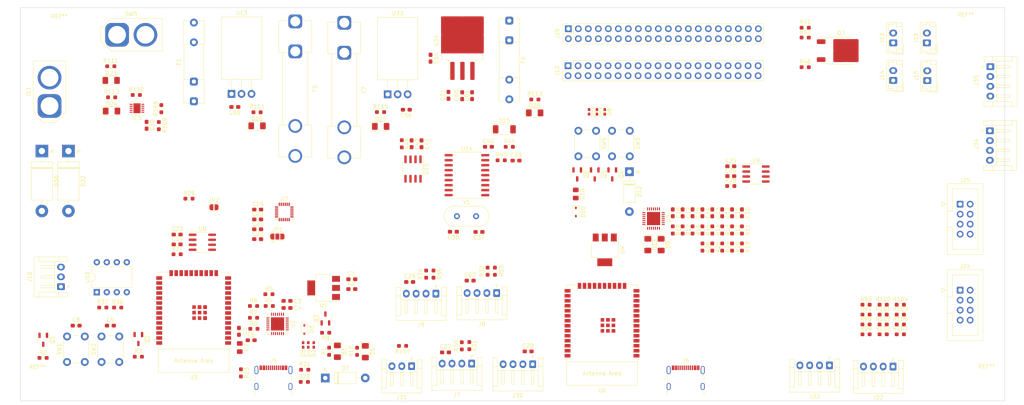
<source format=kicad_pcb>
(kicad_pcb (version 20221018) (generator pcbnew)
  (layers (0 "F.Cu" signal) (31 "B.Cu" signal) (34 "B.Paste" user) (35 "F.Paste" user) (36 "B.SilkS" user "B.Silkscreen") (37 "F.SilkS" user "F.Silkscreen") (38 "B.Mask" user) (39 "F.Mask" user) (44 "Edge.Cuts" user))
  (net 0 "")
  (net 1 "5V_USB")
  (net 2 "GND")
  (net 3 "3,3v")
  (net 4 "EN")
  (net 5 "IO0")
  (net 6 "3.3V")
  (net 7 "Net-(U7-CPOUT)")
  (net 8 "Net-(U7-REGOUT)")
  (net 9 "Net-(IC5-VDD)")
  (net 10 "SENSED_12V")
  (net 11 "Net-(U14-OSC1)")
  (net 12 "Net-(U14-OSC2)")
  (net 13 "Net-(D15-A)")
  (net 14 "Net-(D1-A)")
  (net 15 "VBUS")
  (net 16 "5V")
  (net 17 "D-")
  (net 18 "D+")
  (net 19 "Net-(D6-A)")
  (net 20 "Net-(D7-A)")
  (net 21 "Net-(D9-A)")
  (net 22 "Net-(D12-A)")
  (net 23 "Net-(D13-A)")
  (net 24 "12V_IN")
  (net 25 "5V_2")
  (net 26 "Net-(U34-VO)")
  (net 27 "Current_Sense1")
  (net 28 "Current_Sense2")
  (net 29 "Current_Sense3")
  (net 30 "Current_Sense4")
  (net 32 "Net-(IC5-ADDR_SEL)")
  (net 33 "GPIO6")
  (net 34 "GPIO2(SDA)")
  (net 35 "TXD0")
  (net 36 "IO2")
  (net 37 "RXD0")
  (net 38 "IO4")
  (net 39 "IO5")
  (net 40 "IO12")
  (net 41 "IO13")
  (net 42 "IO14")
  (net 43 "IO15")
  (net 44 "IO16")
  (net 45 "IO17")
  (net 46 "IO19")
  (net 47 "IO23")
  (net 48 "IO25")
  (net 49 "IO26")
  (net 50 "IO27")
  (net 51 "IO32")
  (net 52 "IO33")
  (net 53 "IO34")
  (net 54 "IO35")
  (net 55 "IO36")
  (net 56 "IO39")
  (net 57 "INB_M1_FRONT")
  (net 58 "PWM_M1_FRONT")
  (net 59 "INA_M2_FRONT")
  (net 60 "INB_M2_FRONT")
  (net 61 "PWM_M2_FRONT")
  (net 62 "INA_M1_BACK")
  (net 63 "INB_M1_BACK")
  (net 64 "PWM_M1_BACK")
  (net 65 "INA_M2_BACK")
  (net 66 "INB_M2_BACK")
  (net 67 "PWM_M2_BACK")
  (net 68 "INA_M1_FRONT")
  (net 69 "Net-(J5-CC1)")
  (net 71 "Net-(J5-CC2)")
  (net 73 "Net-(J5-SHIELD)")
  (net 74 "Net-(J6-CC1)")
  (net 76 "Net-(J6-CC2)")
  (net 78 "Net-(J6-SHIELD)")
  (net 79 "ECHO1")
  (net 80 "ECHO2")
  (net 81 "ECHO3")
  (net 82 "/Lógica/LED_LVL_SHIFTER/LED_OUT")
  (net 83 "/Lógica/LED_LVL_SHIFTER/EXT_5V")
  (net 84 "Net-(J11-Pin_2)")
  (net 85 "GPIO3(SCL)")
  (net 86 "GPIO4(GPCLK0)")
  (net 87 "GPIO14(TXD)")
  (net 88 "GPIO15(RXD)")
  (net 89 "GPIO17")
  (net 90 "GPIO18(PCM_CLK)")
  (net 91 "GPIO27")
  (net 92 "GPIO22")
  (net 93 "GPIO23")
  (net 94 "GPIO24")
  (net 95 "GPIO10(MOSI)")
  (net 96 "GPIO9(MISO)")
  (net 97 "GPIO25")
  (net 98 "GPIO11(SCLK)")
  (net 99 "GPIO8(CE0)")
  (net 100 "GPIO7(CE1)")
  (net 101 "GPIO0(ID_SD)")
  (net 102 "GPIO1(ID_SC)")
  (net 103 "GPIO5")
  (net 104 "GPIO12(PWM0)")
  (net 105 "GPIO13(PWM1)")
  (net 106 "GPIO19(PCM_FS)")
  (net 107 "GPIO16")
  (net 108 "GPIO26")
  (net 109 "GPIO20(PCM_DIN)")
  (net 110 "GPIO21(PCM_DOUT)")
  (net 111 "Net-(J13-Pin_1)")
  (net 112 "A_LEFT")
  (net 113 "B_LEFT")
  (net 114 "A_RIGHT")
  (net 115 "B_RIGHT")
  (net 116 "Net-(JP1-C)")
  (net 117 "/Lógica/CANL")
  (net 118 "Net-(JP2-B)")
  (net 119 "Net-(Q1-B)")
  (net 120 "RTS")
  (net 121 "Net-(Q2-B)")
  (net 122 "DTR")
  (net 123 "Net-(Q5-B)")
  (net 124 "Net-(Q6-B)")
  (net 125 "VBUS_CP210")
  (net 126 "Net-(U2-~{RST})")
  (net 127 "Net-(U2-~{SUSPEND})")
  (net 128 "Net-(U5-~{RST})")
  (net 129 "Net-(U5-~{SUSPEND})")
  (net 130 "Net-(U8-Rs)")
  (net 131 "Net-(U9-Rs)")
  (net 132 "/Lógica/CANH")
  (net 133 "Net-(U10--)")
  (net 134 "Net-(U14-~{RESET})")
  (net 135 "Net-(U15-Rs)")
  (net 151 "RXD")
  (net 152 "TXD")
  (net 184 "Net-(D23-A)")
  (net 189 "TXCAN")
  (net 190 "RXCAN")
  (net 198 "Net-(D24-A)")
  (net 199 "Net-(D25-A)")
  (net 200 "Net-(D26-A)")
  (net 201 "Net-(D27-A)")
  (net 202 "IO21")
  (net 203 "EXT_5V")
  (net 204 "Net-(D22-K)")
  (net 205 "Net-(IC5-SENSE+)")
  (net 206 "3,3V")
  (net 207 "5V_1")
  (net 208 "INT")
  (net 209 "SCL")
  (footprint "Fuse:Fuseholder_Clip-6.3x32mm_Littelfuse_102_Inline_P34.21x7.62mm_D2.54mm_Horizontal" (layer "F.Cu") (at 169.9 148.595 -90)
    (fp_text reference "F5")
    (fp_text value "Fuse 1Amp")
  )
  (footprint "Capacitor_SMD:C_0603_1608Metric_Pad1.08x0.95mm_HandSolder" (layer "F.Cu") (at 155.6 227.3975 90)
    (fp_text reference "C5")
    (fp_text value "0.1uF")
  )
  (footprint "Resistor_SMD:R_0603_1608Metric_Pad0.98x0.95mm_HandSolder" (layer "F.Cu") (at 121.0125 221.35)
    (fp_text reference "R37")
    (fp_text value "6,5k")
  )
  (footprint "Package_TO_SOT_SMD:SOT-223-3_TabPin2" (layer "F.Cu") (at 248.5 206.69 -90)
    (fp_text reference "U4")
    (fp_text value "AMS1117-3.3")
  )
  (footprint "Resistor_SMD:R_0603_1608Metric_Pad0.98x0.95mm_HandSolder" (layer "F.Cu") (at 163.2125 217.96)
    (fp_text reference "R5")
    (fp_text value "47.5k")
  )
  (footprint "Resistor_SMD:R_0603_1608Metric_Pad0.98x0.95mm_HandSolder" (layer "F.Cu") (at 172.3 237.16)
    (fp_text reference "R21")
    (fp_text value "R")
  )
  (footprint "Package_TO_SOT_SMD:TO-263-3_TabPin2" (layer "F.Cu") (at 212.35 153.525 90)
    (fp_text reference "U34")
    (fp_text value "AZ1084-5.0")
  )
  (footprint "Button_Switch_THT:SW_PUSH_6mm" (layer "F.Cu") (at 111.95 235.2 90)
    (fp_text reference "SW1")
    (fp_text value "SW_Push")
  )
  (footprint "PCM_Espressif:ESP32-WROOM-32E" (layer "F.Cu") (at 247.8 226.59 180)
    (fp_text reference "U6")
    (fp_text value "ESP32-WROOM-E")
  )
  (footprint "Resistor_SMD:R_0603_1608Metric_Pad0.98x0.95mm_HandSolder" (layer "F.Cu") (at 314.85 223.1375)
    (fp_text reference "R97")
    (fp_text value "2,2k")
  )
  (footprint "Connector_IDC:IDC-Header_2x04_P2.54mm_Vertical" (layer "F.Cu") (at 338.75 195.06)
    (fp_text reference "J25")
    (fp_text value "Conn_02x04_Odd_Even")
  )
  (footprint "Resistor_SMD:R_0603_1608Metric_Pad0.98x0.95mm_HandSolder" (layer "F.Cu") (at 159.4 226.76 180)
    (fp_text reference "R8")
    (fp_text value "10k")
  )
  (footprint "Resistor_SMD:R_0603_1608Metric_Pad0.98x0.95mm_HandSolder" (layer "F.Cu") (at 268.28 201.62 -90)
    (fp_text reference "R17")
    (fp_text value "47.5k")
  )
  (footprint "Resistor_SMD:R_0603_1608Metric_Pad0.98x0.95mm_HandSolder" (layer "F.Cu") (at 278.32 201.62 -90)
    (fp_text reference "R13")
    (fp_text value "10k")
  )
  (footprint "Package_DIP:DIP-8_W7.62mm" (layer "F.Cu") (at 119.5 217.45 90)
    (fp_text reference "U10")
    (fp_text value "AD8001AN")
  )
  (footprint "Diode_THT:D_DO-201AD_P15.24mm_Horizontal" (layer "F.Cu") (at 112.3 181.56 -90)
    (fp_text reference "D22")
    (fp_text value "DIODE 4AMP")
  )
  (footprint "Resistor_SMD:R_0603_1608Metric_Pad0.98x0.95mm_HandSolder" (layer "F.Cu") (at 314.85 225.6475)
    (fp_text reference "R98")
    (fp_text value "10k")
  )
  (footprint "Diode_SMD:D_SOD-323" (layer "F.Cu") (at 241.16 197.055 -90)
    (fp_text reference "D10")
    (fp_text value "BAT760-7")
  )
  (footprint "Capacitor_SMD:C_0603_1608Metric_Pad1.08x0.95mm_HandSolder" (layer "F.Cu") (at 280.83 197.27 -90)
    (fp_text reference "C11")
    (fp_text value "4.7uF")
  )
  (footprint "Capacitor_SMD:C_0603_1608Metric_Pad1.08x0.95mm_HandSolder" (layer "F.Cu") (at 201.97 179.7175 -90)
    (fp_text reference "C41")
    (fp_text value "0,1uF")
  )
  (footprint "Connector_IDC:IDC-Header_2x04_P2.54mm_Vertical" (layer "F.Cu") (at 338.75 216.93)
    (fp_text reference "J24")
    (fp_text value "Conn_02x04_Odd_Even")
  )
  (footprint "Resistor_SMD:R_0603_1608Metric_Pad0.98x0.95mm_HandSolder" (layer "F.Cu") (at 203.14 212.85 90)
    (fp_text reference "R34")
    (fp_text value "10K")
  )
  (footprint "Resistor_SMD:R_0603_1608Metric_Pad0.98x0.95mm_HandSolder" (layer "F.Cu") (at 214.1 231.0375 90)
    (fp_text reference "R31")
    (fp_text value "10K")
  )
  (footprint "Button_Switch_THT:SW_PUSH_6mm" (layer "F.Cu") (at 246.3 176.4 -90)
    (fp_text reference "SW4")
    (fp_text value "SW_Push")
  )
  (footprint "Connector_JST:JST_EH_B2B-EH-A_1x02_P2.50mm_Vertical" (layer "F.Cu") (at 330.3 154.05 90)
    (fp_text reference "J16")
    (fp_text value "FAN4")
  )
  (footprint "Connector_PinSocket_2.54mm:PinSocket_2x20_P2.54mm_Vertical" (layer "F.Cu") (at 239.24 150.46 90)
    (fp_text reference "J29")
    (fp_text value "Conn_02x20_Odd_Even")
  )
  (footprint "Resistor_SMD:R_0603_1608Metric_Pad0.98x0.95mm_HandSolder" (layer "F.Cu") (at 130.05 233.85)
    (fp_text reference "R3")
    (fp_text value "10k")
  )
  (footprint "Resistor_SMD:R_0603_1608Metric_Pad0.98x0.95mm_HandSolder" (layer "F.Cu") (at 196.95 179.7175 -90)
    (fp_text reference "R45")
    (fp_text value "Rs")
  )
  (footprint "Package_SO:SOIC-8_3.9x4.9mm_P1.27mm" (layer "F.Cu") (at 199.8 186.13 -90)
    (fp_text reference "U15")
    (fp_text value "SN65HVD230")
  )
  (footprint "Resistor_SMD:R_0603_1608Metric_Pad0.98x0.95mm_HandSolder" (layer "F.Cu") (at 273.3 205.97 -90)
    (fp_text reference "R26")
    (fp_text value "5,11k")
  )
  (footprint "Capacitor_SMD:C_0603_1608Metric_Pad1.08x0.95mm_HandSolder" (layer "F.Cu") (at 273.3 197.27 -90)
    (fp_text reference "C14")
    (fp_text value "0.1uF")
  )
  (footprint "Resistor_SMD:R_0603_1608Metric_Pad0.98x0.95mm_HandSolder" (layer "F.Cu") (at 129.5375 167.3)
    (fp_text reference "R110")
    (fp_text value "R")
  )
  (footprint "Capacitor_SMD:C_0603_1608Metric_Pad1.08x0.95mm_HandSolder" (layer "F.Cu") (at 218.95 180.48)
    (fp_text reference "C40")
    (fp_text value "0,1uF")
  )
  (footprint "LED_SMD:LED_1206_3216Metric_Pad1.42x1.75mm_HandSolder" (layer "F.Cu") (at 259.43 205.365 -90)
    (fp_text reference "D13")
    (fp_text value "LED")
  )
  (footprint "Diode_SMD:D_0402_1005Metric_Pad0.77x0.64mm_HandSolder" (layer "F.Cu") (at 173.2 230.86 -90)
    (fp_text reference "D4")
    (fp_text value "GG0402055R042P")
  )
  (footprint "Resistor_SMD:R_0603_1608Metric_Pad0.98x0.95mm_HandSolder" (layer "F.Cu") (at 299.4 152.71)
    (fp_text reference "R42")
    (fp_text value "R")
  )
  (footprint "Capacitor_SMD:C_0603_1608Metric_Pad1.08x0.95mm_HandSolder" (layer "F.Cu") (at 280.5 187.94)
    (fp_text reference "C26")
    (fp_text value "2,2uF")
  )
  (footprint "Capacitor_SMD:C_0603_1608Metric_Pad1.08x0.95mm_HandSolder" (layer "F.Cu") (at 212.29 167.4875 90)
    (fp_text reference "C60")
    (fp_text value "2,2uF")
  )
  (footprint "Resistor_SMD:R_0603_1608Metric_Pad0.98x0.95mm_HandSolder" (layer "F.Cu") (at 323.55 220.6275)
    (fp_text reference "R104")
    (fp_text value "10k")
  )
  (footprint "Resistor_SMD:R_0603_1608Metric_Pad0.98x0.95mm_HandSolder" (layer "F.Cu") (at 220.6 212.1125 90)
    (fp_text reference "R33")
    (fp_text value "10K")
  )
  (footprint "Capacitor_SMD:C_0603_1608Metric_Pad1.08x0.95mm_HandSolder" (layer "F.Cu") (at 198.1 171.05 180)
    (fp_text reference "C66")
    (fp_text value "0,1uF")
  )
  (footprint "Capacitor_SMD:C_0603_1608Metric_Pad1.08x0.95mm_HandSolder" (layer "F.Cu") (at 160.35 196.43)
    (fp_text reference "C19")
    (fp_text value "2,2nF")
  )
  (footprint "Capacitor_SMD:C_0603_1608Metric_Pad1.08x0.95mm_HandSolder" (layer "F.Cu") (at 154.55 170.35 180)
    (fp_text reference "C65")
    (fp_text value "0,1uF")
  )
  (footprint "Capacitor_SMD:C_0603_1608Metric_Pad1.08x0.95mm_HandSolder" (layer "F.Cu") (at 160.35 201.45)
    (fp_text reference "C21")
    (fp_text value "0,1uF")
  )
  (footprint "Connector_JST:JST_EH_S4B-EH_1x04_P2.50mm_Horizontal" (layer "F.Cu") (at 214.7 235.6025 180)
    (fp_text reference "J7")
    (fp_text value "Conn_01x04")
  )
  (footprint "Diode_THT:D_DO-201AD_P15.24mm_Horizontal" (layer "F.Cu") (at 105.55 181.56 -90)
    (fp_text reference "D30")
    (fp_text value "DIODE 4AMP")
  )
  (footprint "Connector_JST:JST_EH_B2B-EH-A_1x02_P2.50mm_Vertical" (layer "F.Cu") (at 321.75 163.6 90)
    (fp_text reference "J14")
    (fp_text value "FAN2")
  )
  (footprint "Package_SO:SOIC-18W_7.5x11.6mm_P1.27mm" (layer "F.Cu") (at 213.5 187.7)
    (fp_text reference "U14")
    (fp_text value "MCP2515-xSO")
  )
  (footprint "Resistor_SMD:R_0603_1608Metric_Pad0.98x0.95mm_HandSolder" (layer "F.Cu") (at 163.3 220.96 180)
    (fp_text reference "R4")
    (fp_text value "22.1k")
  )
  (footprint "Diode_SMD:D_0402_1005Metric_Pad0.77x0.64mm_HandSolder" (layer "F.Cu") (at 174.6 230.86 -90)
    (fp_text reference "D2")
    (fp_text value "GG0402055R042P")
  )
  (footprint "Resistor_SMD:R_0603_1608Metric_Pad0.98x0.95mm_HandSolder" (layer "F.Cu") (at 124.8 221.35)
    (fp_text reference "R36")
    (fp_text value "3,5k")
  )
  (footprint "Diode_THT:D_DO-41_SOD81_P10.16mm_Horizontal" (layer "F.Cu") (at 177.52 239.26)
    (fp_text reference "D7")
    (fp_text value "1N4007")
  )
  (footprint "Connector_JST:JST_EH_S4B-EH_1x04_P2.50mm_Horizontal" (layer "F.Cu") (at 230.2 235.7675 180)
    (fp_text reference "J30")
    (fp_text value "Conn_01x04")
  )
  (footprint "LED_SMD:LED_1206_3216Metric_Pad1.42x1.75mm_HandSolder" (layer "F.Cu") (at 160.2 175.15)
    (fp_text reference "D26")
    (fp_text value "E1F")
  )
  (footprint "Resistor_SMD:R_0603_1608Metric_Pad0.98x0.95mm_HandSolder" (layer "F.Cu") (at 275.81 205.97 -90)
    (fp_text reference "R25")
    (fp_text value "5,11k")
  )
  (footprint "MountingHole:MountingHole_3.2mm_M3" (layer "F.Cu") (at 345.5 240.5)
    (fp_text reference "REF**")
    (fp_text value "MountingHole_3.2mm_M3")
  )
  (footprint "Capacitor_SMD:C_0603_1608Metric_Pad1.08x0.95mm_HandSolder" (layer "F.Cu") (at 214.8 167.4875 90)
    (fp_text reference "C61")
    (fp_text value "2,2uF")
  )
  (footprint "Resistor_SMD:R_0603_1608Metric_Pad0.98x0.95mm_HandSolder" (layer "F.Cu") (at 197.15 231.1 180)
    (fp_text reference "R117")
    (fp_text value "Pull_Up Hall (Pode não ser necessário)")
  )
  (footprint "Resistor_SMD:R_0603_1608Metric_Pad0.98x0.95mm_HandSolder" (layer "F.Cu") (at 218.75 212.1125 90)
    (fp_text reference "R32")
    (fp_text value "10K")
  )
  (footprint "Capacitor_SMD:C_0603_1608Metric_Pad1.08x0.95mm_HandSolder" (layer "F.Cu") (at 283.34 197.27 -90)
    (fp_text reference "C10")
    (fp_text value "22uF")
  )
  (footprint "Connector_AMASS:AMASS_XT60-M_1x02_P7.20mm_Vertical" (layer "F.Cu") (at 124.65 152)
    (fp_text reference "SW5")
    (fp_text value "SW_DIP_x01")
  )
  (footprint "Capacitor_SMD:C_0603_1608Metric_Pad1.08x0.95mm_HandSolder" (layer "F.Cu") (at 280.5 185.43)
    (fp_text reference "C25")
    (fp_text value "0,1uF")
  )
  (footprint "Capacitor_SMD:C_0603_1608Metric_Pad1.08x0.95mm_HandSolder" (layer "F.Cu") (at 160.35 203.96)
    (fp_text reference "C22")
    (fp_text value "10nF")
  )
  (footprint "Resistor_SMD:R_0603_1608Metric_Pad0.98x0.95mm_HandSolder" (layer "F.Cu") (at 283.34 205.97 -90)
    (fp_text reference "R19")
    (fp_text value "10k")
  )
  (footprint "Connector_JST:JST_EH_S3B-EH_1x03_P2.50mm_Horizontal" (layer "F.Cu") (at 199.45 236.2675 180)
    (fp_text reference "J31")
    (fp_text value "Conn_01x03")
  )
  (footprint "Resistor_SMD:R_0603_1608Metric_Pad0.98x0.95mm_HandSolder" (layer "F.Cu") (at 323.55 223.1375)
    (fp_text reference "R105")
    (fp_text value "4,7k")
  )
  (footprint "Capacitor_SMD:C_0603_1608Metric_Pad1.08x0.95mm_HandSolder" (layer "F.Cu") (at 275.81 197.27 -90)
    (fp_text reference "C13")
    (fp_text value "22uF")
  )
  (footprint "Capacitor_SMD:C_0603_1608Metric_Pad1.08x0.95mm_HandSolder" (layer "F.Cu") (at 167.8 219.66)
    (fp_text reference "C3")
    (fp_text value "4.7uF")
  )
  (footprint "Capacitor_SMD:C_0603_1608Metric_Pad1.08x0.95mm_HandSolder" (layer "F.Cu") (at 139.9 205.29)
    (fp_text reference "C24")
    (fp_text value "2,2uF")
  )
  (footprint "Capacitor_SMD:C_0603_1608Metric_Pad1.08x0.95mm_HandSolder" (layer "F.Cu") (at 199.46 179.7175 -90)
    (fp_text reference "C42")
    (fp_text value "2,2uF")
  )
  (footprint "Resistor_SMD:R_0603_1608Metric_Pad0.98x0.95mm_HandSolder" (layer "F.Cu") (at 299.4 160.24)
    (fp_text reference "R46")
    (fp_text value "10k")
  )
  (footprint "Connector_JST:JST_EH_S4B-EH_1x04_P2.50mm_Horizontal" (layer "F.Cu") (at 305.55 236.05 180)
    (fp_text reference "J23")
    (fp_text value "Conn_01x04")
  )
  (footprint "Capacitor_SMD:C_0603_1608Metric_Pad1.08x0.95mm_HandSolder" (layer "F.Cu") (at 122.95 225.95)
    (fp_text reference "C9")
    (fp_text value "0.1uF")
  )
  (footprint "Resistor_SMD:R_0603_1608Metric_Pad0.98x0.95mm_HandSolder" (layer "F.Cu") (at 314.85 220.6275)
    (fp_text reference "R95")
    (fp_text value "4,7k")
  )
  (footprint "Resistor_SMD:R_0603_1608Metric_Pad0.98x0.95mm_HandSolder" (layer "F.Cu") (at 273.3 201.62 -90)
    (fp_text reference "R15")
    (fp_text value "2k")
  )
  (footprint "Jumper:SolderJumper-2_P1.3mm_Open_RoundedPad1.0x1.5mm" (layer "F.Cu") (at 149.25 195.85)
    (fp_text reference "JP2")
    (fp_text value "SolderJumper_2_Open")
  )
  (footprint "LED_SMD:LED_1206_3216Metric_Pad1.42x1.75mm_HandSolder" (layer "F.Cu") (at 123.15 163.6)
    (fp_text reference "D23")
    (fp_text value "BLC")
  )
  (footprint "Capacitor_SMD:C_0603_1608Metric_Pad1.08x0.95mm_HandSolder" (layer "F.Cu") (at 160.35 198.94)
    (fp_text reference "C20")
    (fp_text value "2.2uF")
  )
  (footprint "Capacitor_SMD:C_0603_1608Metric_Pad1.08x0.95mm_HandSolder" (layer "F.Cu") (at 214.3125 214.5)
    (fp_text reference "C67")
    (fp_text value "100nF")
  )
  (footprint "Capacitor_SMD:C_0603_1608Metric_Pad1.08x0.95mm_HandSolder" (layer "F.Cu") (at 132.15 175 -90)
    (fp_text reference "C30")
    (fp_text value "C")
  )
  (footprint "Resistor_SMD:R_0603_1608Metric_Pad0.98x0.95mm_HandSolder" (layer "F.Cu") (at 319.2 228.1575)
    (fp_text reference "R103")
    (fp_text value "2,2k")
  )
  (footprint "Connector_USB:USB_C_Receptacle_GCT_USB4105-xx-A_16P_TopMnt_Horizontal" (layer "F.Cu") (at 164.35 240.35)
    (fp_text reference "J5")
    (fp_text value "USB_C_Receptacle_USB2.0")
  )
  (footprint "Resistor_SMD:R_0603_1608Metric_Pad0.98x0.95mm_HandSolder" (layer "F.Cu") (at 123.05 160)
    (fp_text reference "R111")
    (fp_text value "330")
  )
  (footprint "Package_TO_SOT_SMD:SOT-23-3" (layer "F.Cu") (at 177.55 224.1225 90)
    (fp_text reference "Q3")
    (fp_text value "Q_PMOS_GSD")
  )
  (footprint "Resistor_SMD:R_0603_1608Metric_Pad0.98x0.95mm_HandSolder" (layer "F.Cu") (at 105.85 234.15 180)
    (fp_text reference "R2")
    (fp_text value "10k")
  )
  (footprint "Fuse:Fuseholder_Clip-6.3x32mm_Littelfuse_102_Inline_P34.21x7.62mm_D2.54mm_Horizontal" (layer "F.Cu") (at 182.35 148.945 -90)
    (fp_text reference "F7")
    (fp_text value "Fuse 1Amp")
  )
  (footprint "Resistor_SMD:R_0603_1608Metric_Pad0.98x0.95mm_HandSolder" (layer "F.Cu") (at 319.2 225.6475)
    (fp_text reference "R102")
    (fp_text value "4,7k")
  )
  (footprint "Capacitor_SMD:C_0805_2012Metric_Pad1.18x1.45mm_HandSolder" (layer "F.Cu") (at 241.13 192.48 -90)
    (fp_text reference "C16")
    (fp_text value "22uF")
  )
  (footprint "Package_SO:SOIC-8_3.9x4.9mm_P1.27mm" (layer "F.Cu") (at 146.3 204.75)
    (fp_text reference "U8")
    (fp_text value "SN65HVD230")
  )
  (footprint "Resistor_SMD:R_0603_1608Metric_Pad0.98x0.95mm_HandSolder" (layer "F.Cu") (at 278.32 205.97 -90)
    (fp_text reference "R24")
    (fp_text value "R")
  )
  (footprint "Diode_SMD:D_0402_1005Metric_Pad0.77x0.64mm_HandSolder" (layer "F.Cu") (at 244.52 171.59 -90)
    (fp_text reference "D14")
    (fp_text value "GG0402055R042P")
  )
  (footprint "Capacitor_SMD:C_0603_1608Metric_Pad1.08x0.95mm_HandSolder" (layer "F.Cu") (at 184.2625 216.66)
    (fp_text reference "C2")
    (fp_text value "22uF")
  )
  (footprint "Diode_THT:D_DO-41_SOD81_P10.16mm_Horizontal" (layer "F.Cu") (at 254.75 186.8 -90)
    (fp_text reference "D12")
    (fp_text value "1N4007")
  )
  (footprint "Capacitor_SMD:C_0805_2012Metric_Pad1.18x1.45mm_HandSolder" (layer "F.Cu") (at 155.8 231.5225 -90)
    (fp_text reference "C7")
    (fp_text value "22uF")
  )
  (footprint "LED_SMD:LED_1206_3216Metric_Pad1.42x1.75mm_HandSolder" (layer "F.Cu") (at 191.6 175.3)
    (fp_text reference "D27")
    (fp_text value "E2F")
  )
  (footprint "Connector_JST:JST_EH_S4B-EH_1x04_P2.50mm_Horizontal" (layer "F.Cu") (at 221.05 217.6675 180)
    (fp_text reference "J8")
    (fp_text value "Conn_01x04")
  )
  (footprint "Package_TO_SOT_SMD:SOT-23-3" (layer "F.Cu") (at 250.4 187.5 -90)
    (fp_text reference "Q4")
    (fp_text value "Q_PMOS_GSD")
  )
  (footprint "Resistor_SMD:R_0603_1608Metric_Pad0.98x0.95mm_HandSolder" (layer "F.Cu") (at 323.55 225.6475)
    (fp_text reference "R106")
    (fp_text value "2,2k")
  )
  (footprint "Resistor_SMD:R_0603_1608Metric_Pad0.98x0.95mm_HandSolder" (layer "F.Cu") (at 191.55 171.65)
    (fp_text reference "R115")
    (fp_text value "330")
  )
  (footprint "LED_SMD:LED_1206_3216Metric_Pad1.42x1.75mm_HandSolder" (layer "F.Cu") (at 230.7 171.85)
    (fp_text reference "D25")
    (fp_text value "RSF")
  )
  (footprint "Capacitor_SMD:C_0603_1608Metric_Pad1.08x0.95mm_HandSolder" (layer "F.Cu") (at 270.79 197.27 -90)
    (fp_text reference "C15")
    (fp_text value "0.1uF")
  )
  (footprint "LED_SMD:LED_1206_3216Metric_Pad1.42x1.75mm_HandSolder" (layer "F.Cu") (at 262.82 205.365 -90)
    (fp_text reference "D9")
    (fp_text value "LED")
  )
  (footprint "Resistor_SMD:R_0603_1608Metric_Pad0.98x0.95mm_HandSolder" (layer "F.Cu") (at 299.4 150.2)
    (fp_text reference "R41")
    (fp_text value "R")
  )
  (footprint "Button_Switch_THT:SW_PUSH_6mm" (layer "F.Cu") (at 120.7 235.2 90)
    (fp_text reference "SW2")
    (fp_text value "SW_Push")
  )
  (footprint "LED_SMD:LED_1206_3216Metric_Pad1.42x1.75mm_HandSolder" (layer "F.Cu") (at 123.25 171.4)
    (fp_text reference "D24")
    (fp_text value "BLF")
  )
  (footprint "Connector_JST:JST_EH_S4B-EH_1x04_P2.50mm_Horizontal" (layer "F.Cu") (at 346.3 176.4 -90)
    (fp_text reference "J34")
    (fp_text value "Conn_01x04")
  )
  (footprint "Capacitor_SMD:C_0603_1608Metric_Pad1.08x0.95mm_HandSolder" (layer "F.Cu") (at 139.9 202.78)
    (fp_text reference "C23")
    (fp_text value "0,1uF")
  )
  (footprint "Capacitor_SMD:C_0603_1608Metric_Pad1.08x0.95mm_HandSolder" (layer "F.Cu") (at 198.95 214.85)
    (fp_text reference "C29")
    (fp_text value "100nF")
  )
  (footprint "Resistor_SMD:R_0603_1608Metric_Pad0.98x0.95mm_HandSolder" (layer "F.Cu") (at 172.2 240.26)
    (fp_text reference "R22")
    (fp_text value "5,11k")
  )
  (footprint "Resistor_SMD:R_0603_1608Metric_Pad0.98x0.95mm_HandSolder" (layer "F.Cu") (at 135.8875 170.7875 90)
    (fp_text reference "R108")
    (fp_text value "R_Shunt")
  )
  (footprint "Package_DFN_QFN:QFN-28-1EP_5x5mm_P0.5mm_EP3.35x3.35mm" (layer "F.Cu") (at 260.89 198.72 -90)
    (fp_text reference "U5")
    (fp_text value "CP2102N-Axx-xQFN28")
  )
  (footprint "Capacitor_SMD:C_0603_1608Metric_Pad1.08x0.95mm_HandSolder" (layer "F.Cu") (at 208.8 167.3875 90)
    (fp_text reference "C31")
    (fp_text value "10uF")
  )
  (footprint "Resistor_SMD:R_0603_1608Metric_Pad0.98x0.95mm_HandSolder" (layer "F.Cu") (at 222.2 183.91)
    (fp_text reference "R43")
    (fp_text value "R")
  )
  (footprint "Button_Switch_THT:SW_PUSH_6mm" (layer "F.Cu") (at 254.85 176.4 -90)
    (fp_text reference "SW3")
    (fp_text value "SW_Push")
  )
  (footprint "Capacitor_SMD:C_0603_1608Metric_Pad1.08x0.95mm_HandSolder" (layer "F.Cu") (at 210.05 202.08 180)
    (fp_text reference "C38")
    (fp_text value "22pF")
  )
  (footprint "Resistor_SMD:R_0603_1608Metric_Pad0.98x0.95mm_HandSolder" (layer "F.Cu") (at 178.5 232.4725 -90)
    (fp_text reference "R1")
    (fp_text value "2k")
  )
  (footprint "Capacitor_SMD:C_0603_1608Metric_Pad1.08x0.95mm_HandSolder" (layer "F.Cu") (at 278.32 197.27 -90)
    (fp_text reference "C12")
    (fp_text value "0.1uF")
  )
  (footprint "Connector_JST:JST_EH_S4B-EH_1x04_P2.50mm_Horizontal" (layer "F.Cu") (at 205.6 217.8175 180)
    (fp_text reference "J9")
    (fp_text value "Conn_01x04")
  )
  (footprint "Diode_SMD:D_0402_1005Metric_Pad0.77x0.64mm_HandSolder" (layer "F.Cu") (at 248.5 171.59 -90)
    (fp_text reference "D8")
    (fp_text value "GG0402055R042P")
  )
  (footprint "Package_TO_SOT_SMD:SOT-23-3" (layer "F.Cu") (at 241.5 187.5 -90)
    (fp_text reference "Q6")
    (fp_text value "SS8050-G")
  )
  (footprint "Connector_JST:JST_EH_S4B-EH_1x04_P2.50mm_Horizontal" (layer "F.Cu") (at 346.4175 160.1 -90)
    (fp_text reference "J35")
    (fp_text value "Conn_01x04")
  )
  (footprint "Capacitor_SMD:C_0603_1608Metric_Pad1.08x0.95mm_HandSolder" (layer "F.Cu") (at 158.7 229.66)
    (fp_text reference "C6")
    (fp_text value "0.1uF")
  )
  (footprint "Package_DFN_QFN:QFN-28-1EP_5x5mm_P0.5mm_EP3.35x3.35mm" (layer "F.Cu") (at 165.4 225.51 -90)
    (fp_text reference "U2")
    (fp_text value "CP2102N-Axx-xQFN28")
  )
  (footprint "Connector_JST:JST_EH_B2B-EH-A_1x02_P2.50mm_Vertical" (layer "F.Cu") (at 330.4 163.65 90)
    (fp_text reference "J15")
    (fp_text value "FAN3")
  )
  (footprint "Resistor_SMD:R_0603_1608Metric_Pad0.98x0.95mm_HandSolder" (layer "F.Cu") (at 275.81 201.62 -90)
    (fp_text reference "R14")
    (fp_text value "10k")
  )
  (footprint "Resistor_SMD:R_0603_1608Metric_Pad0.98x0.95mm_HandSolder" (layer "F.Cu") (at 177.6125 227.76 180)
    (fp_text reference "R9")
    (fp_text value "1K")
  )
  (footprint "Resistor_SMD:R_0603_1608Metric_Pad0.98x0.95mm_HandSolder" (layer "F.Cu") (at 156.1 237.96 -90)
    (fp_text reference "R23")
    (fp_text value "5,11k")
  )
  (footprint "Capacitor_SMD:C_0603_1608Metric_Pad1.08x0.95mm_HandSolder" (layer "F.Cu") (at 167.8 221.46)
    (fp_text reference "C4")
    (fp_text value "0.1uF")
  )
  (footprint "PCM_Espressif:ESP32-WROOM-32E" (layer "F.Cu") (at 144.1 223.35 180)
    (fp_text reference "U3")
    (fp_text value "ESP32-WROOM-E")
  )
  (footprint "Capacitor_SMD:C_0603_1608Metric_Pad1.08x0.95mm_HandSolder" (layer "F.Cu") (at 204.25 157.95 -90)
    (fp_text reference "C64")
    (fp_text value "22uF")
  )
  (footprint "Connector_JST:JST_EH_S3B-EH_1x03_P2.50mm_Horizontal" (layer "F.Cu") (at 110.4 216.05 90)
    (fp_text reference "J10")
    (fp_text value "Conn_01x03")
  )
  (footprint "Resistor_SMD:R_0603_1608Metric_Pad0.98x0.95mm_HandSolder" (layer "F.Cu") (at 224.25 180.48)
    (fp_text reference "R44")
    (fp_text value "R")
  )
  (footprint "Diode_SMD:D_SOD-128" (layer "F.Cu") (at 223 176.03)
    (fp_text reference "D15")
    (fp_text value "D")
  )
  (footprint "Sensor_Motion:InvenSense_QFN-24_4x4mm_P0.5mm" (layer "F.Cu") (at 167.1 197.05)
    (fp_text reference "U7")
    (fp_text value "MPU-6050")
  )
  (footprint "Capacitor_SMD:C_0603_1608Metric_Pad1.08x0.95mm_HandSolder" (layer "F.Cu") (at 229.0375 232.5 180)
    (fp_text reference "C28")
    (fp_text value "100nF")
  )
  (footprint "Capacitor_SMD:C_0603_1608Metric_Pad1.08x0.95mm_HandSolder" (layer "F.Cu") (at 265.77 197.27 -90)
    (fp_text reference "C18")
    (fp_text value "0.1uF")
  )
  (footprint "Connector_USB:USB_C_Receptacle_GCT_USB4105-xx-A_16P_TopMnt_Horizontal" (layer "F.Cu") (at 269.05 240.35)
    (fp_text reference "J6")
    (fp_text value "USB_C_Receptacle_USB2.0")
  )
  (footprint "Capacitor_SMD:C_0603_1608Metric_Pad1.08x0.95mm_HandSolder" (layer "F.Cu") (at 114.25 225.95)
    (fp_text reference "C8")
    (fp_text value "0.1uF")
  )
  (footprint "Diode_SMD:D_0402_1005Metric_Pad0.77x0.64mm_HandSolder" (layer "F.Cu") (at 171.9 230.86 -90)
    (fp_text reference "D5")
    (fp_text value "GG0402055R042P")
  )
  (footprint "Package_DFN_QFN:WDFN-10-1EP_3x3mm_P0.5mm_EP1.8x2.5mm" (layer "F.Cu") (at 129.7 170.675 180)
    (fp_text reference "IC5")
    (fp_text value "PAC1921-1-AIA-TR")
  )
  (footprint "Resistor_SMD:R_0603_1608Metric_Pad0.98x0.95mm_HandSolder" (layer "F.Cu") (at 280.83 201.62 -90)
    (fp_text reference "R12")
    (fp_text value "1k")
  )
  (footprint "Package_TO_SOT_SMD:SOT-223-3_TabPin2" (layer "F.Cu") (at 177.1 216.36 180)
    (fp_text reference "U1")
    (fp_text value "AMS1117-3.3")
  )
  (footprint "Package_TO_SOT_SMD:TO-252-2" (layer "F.Cu") (at 308.49 156.02)
    (fp_text reference "Q7")
    (fp_text value "NMOS")
  )
  (footprint "Resistor_SMD:R_0603_1608Metric_Pad0.98x0.95mm_HandSolder" (layer "F.Cu") (at 280.5 190.45)
    (fp_text reference "R28")
    (fp_text value "Rs")
  )
  (footprint "Resistor_SMD:R_0603_1608Metric_Pad0.98x0.95mm_HandSolder" (layer "F.Cu") (at 139.9 207.8)
    (fp_text reference "R27")
    (fp_text value "Rs")
  )
  (footprint "Resistor_SMD:R_0603_1608Metric_Pad0.98x0.95mm_HandSolder" (layer "F.Cu") (at 319.2 223.1375)
    (fp_text reference "R101")
    (fp_text value "10k")
  )
  (footprint "Capacitor_SMD:C_0603_1608Metric_Pad1.08x0.95mm_HandSolder" (layer "F.Cu") (at 268.28 197.27 -90)
    (fp_text reference "C17")
    (fp_text value "0.1uF")
  )
  (footprint "Diode_SMD:D_0402_1005Metric_Pad0.77x0.64mm_HandSolder" (layer "F.Cu") (at 246.51 171.59 -90)
    (fp_text reference "D11")
    (fp_text value "GG0402055R042P")
  )
  (footprint "Resistor_SMD:R_0603_1608Metric_Pad0.98x0.95mm_HandSolder" (layer "F.Cu") (at 185.6 232.485 -90)
    (fp_text reference "R10")
    (fp_text value "1k")
  )
  (footprint "MountingHole:MountingHole_3.2mm_M3" (layer "F.Cu") (at 104.5 240.7)
    (fp_text reference "REF**")
    (fp_text value "MountingHole_3.2mm_M3")
  )
  (footprint "Connector_AMASS:AMASS_XT60-M_1x02_P7.20mm_Vertical" (layer "F.Cu") (at 107.5 170.1 90)
    (fp_text reference "J11")
    (fp_text value "Conn_01x02")
  )
  (footprint "Capacitor_SMD:C_0603_1608Metric_Pad1.08x0.95mm_HandSolder" (layer "F.Cu") (at 225.9625 183.98)
    (fp_text reference "C39")
    (fp_text value "C")
  )
  (footprint "Package_TO_SOT_THT:TO-220-3_Horizontal_TabDown" (layer "F.Cu") (at 193.36 167.13)
    (fp_text reference "U33")
    (fp_text value "L7805")
  )
  (footprint "Resistor_SMD:R_0603_1608Metric_Pad0.98x0.95mm_HandSolder" (layer "F.Cu") (at 135.25 175.1 90)
    (fp_text reference "R109")
    (fp_text value "R")
  )
  (footprint "Resistor_SMD:R_0603_1608Metric_Pad0.98x0.95mm_HandSolder" (layer "F.Cu") (at 319.2 220.6275)
    (fp_text reference "R100")
    (fp_text value "2,2k")
  )
  (footprint "Resistor_SMD:R_0603_1608Metric_Pad0.98x0.95mm_HandSolder" (layer "F.Cu") (at 160.2 171.7)
    (fp_text reference "R114")
    (fp_text value "330")
  )
  (footprint "LED_SMD:LED_1206_3216Metric_Pad1.42x1.75mm_HandSolder" (layer "F.Cu") (at 187.7 232.585 -90)
    (fp_text reference "D6")
    (fp_text value "LED")
  )
  (footprint "Package_TO_SOT_SMD:SOT-23-3" (layer "F.Cu") (at 105.9 229.55 -90)
    (fp_text reference "Q1")
    (fp_text value "SS8050-G")
  )
  (footprint "Resistor_SMD:R_0603_1608Metric_Pad0.98x0.95mm_HandSolder" (layer "F.Cu") (at 230.7375 168.45)
    (fp_text reference "R113")
    (fp_text value "330")
  )
  (footprint "Resistor_SMD:R_0603_1608Metric_Pad0.98x0.95mm_HandSolder" (layer "F.Cu") (at 159.3 220.96)
    (fp_text reference "R6")
    (fp_text value "2k")
  )
  (footprint "LED_SMD:LED_1206_3216Metric_Pad1.42x1.75mm_HandSolder" (layer "F.Cu") (at 180.6 232.4725 -90)
    (fp_text reference "D1")
    (fp_text value "LED")
  )
  (footprint "MountingHole:MountingHole_3.2mm_M3" (layer "F.Cu") (at 345.5 149.5)
    (fp_text reference "REF**")
    (fp_text value "MountingHole_3.2mm_M3")
  )
  (footprint "Diode_SMD:D_SOD-323" (layer "F.Cu") (at 172.2 226.9325 -90)
    (fp_text reference "D3")
    (fp_text value "BAT760-7")
  )
  (footprint "MountingHole:MountingHole_3.2mm_M3" (layer "F.Cu") (at 104.4 149.4)
    (fp_text reference "REF**")
    (fp_text value "MountingHole_3.2mm_M3")
  )
  (footprint "Capacitor_SMD:C_0603_1608Metric_Pad1.08x0.95mm_HandSolder" (layer "F.Cu") (at 216.55 202.13)
    (fp_text reference "C37")
    (fp_text value "22pF")
  )
  (footprint "Resistor_SMD:R_0603_1608Metric_Pad0.98x0.95mm_HandSolder" (layer "F.Cu") (at 205 212.85 90)
    (fp_text reference "R35")
    (fp_text value "10K")
  )
  (footprint "Jumper:SolderJumper-3_P1.3mm_Open_RoundedPad1.0x1.5mm" (layer "F.Cu") (at 165.35 203.3)
    (fp_text reference "JP1")
    (fp_text value "SolderJumper_3_Open")
  )
  (footprint "Capacitor_SMD:C_0603_1608Metric_Pad1.08x0.95mm_HandSolder" (layer "F.Cu") (at 208.05 232.75)
    (fp_text reference "C27")
    (fp_text value "100nF")
  )
  (footprint "Resistor_SMD:R_0603_1608Metric_Pad0.98x0.95mm_HandSolder" (layer "F.Cu") (at 265.77 201.62 -90)
    (fp_text reference "R18")
    (fp_text value "2k")
  )
  (footprint "Resistor_SMD:R_0603_1608Metric_Pad0.98x0.95mm_HandSolder" (layer "F.Cu") (at 123.2625 167.9)
    (fp_text reference "R112")
    (fp_text value "330")
  )
  (footprint "Resistor_SMD:R_0603_1608Metric_Pad0.98x0.95mm_HandSolder" (layer "F.Cu") (at 159.3 223.96 180)
    (fp_text reference "R7")
    (fp_text value "10k")
  )
  (footprint "Resistor_SMD:R_0603_1608Metric_Pad0.98x0.95mm_HandSolder" (layer "F.Cu") (at 270.79 201.62 -90)
    (fp_text reference "R16")
    (fp_text value "22.1k")
  )
  (footprint "Package_TO_SOT_THT:TO-220-3_Horizontal_TabDown" (layer "F.Cu") (at 153.71 167.03)
    (fp_text reference "U13")
    (fp_text value "L7805")
  )
  (footprint "Package_TO_SOT_SMD:SOT-23-3" (layer "F.Cu") (at 130.05 229.35 -90)
    (fp_text reference "Q2")
    (fp_text value "SS8050-G")
  )
  (footprint "Package_SO:SOIC-8_3.9x4.9mm_P1.27mm" (layer "F.Cu") (at 286.9 187.4)
    (fp_text reference "U9")
    (fp_text value "SN65HVD230")
  )
  (footprint "Package_TO_SOT_SMD:SOT-23-3" (layer "F.Cu") (at 245.95 187.5 -90)
    (fp_text reference "Q5")
    (fp_text value "SS8050-G")
  )
  (footprint "Resistor_SMD:R_0603_1608Metric_Pad0.98x0.95mm_HandSolder" (layer "F.Cu") (at 314.85 228.1575)
    (fp_text reference "R99")
    (fp_text value "4,7k")
  )
  (footprint "Connector_JST:JST_EH_B2B-EH-A_1x02_P2.50mm_Vertical" (layer "F.Cu") (at 321.75 154.05 90)
    (fp_text reference "J13")
    (fp_text value "FAN1")
  )
  (footprint "Resistor_SMD:R_0603_1608Metric_Pad0.98x0.95mm_HandSolder" (layer "F.Cu") (at 280.83 205.97 -90)
    (fp_text reference "R20")
    (fp_text value "10k")
  )
  (footprint "Resistor_SMD:R_0603_1608Metric_Pad0.98x0.95mm_HandSolder" (layer "F.Cu") (at 142.91 193.66)
    (fp_text reference "R29")
    (fp_text value "120")
  )
  (footprint "Crystal:Crystal_HC49-4H_Vertical" (layer "F.Cu") (at 210.95 198.13)
    (fp_text reference "Y1")
    (fp_text value "Crystal")
  )
  (footprint "Fuse:Fuseholder_Clip-5x20mm_Littelfuse_111_Inline_P20.00x5.00mm_D1.05mm_Horizontal" (layer "F.Cu") (at 224.25 148.4 -90)
    (fp_text reference "F4")
    (fp_text value "Fuse 4Amp")
  )
  (footprint "Capacitor_SMD:C_0603_1608Metric_Pad1.08x0.95mm_HandSolder" (layer "F.Cu") (at 184.2625 214.15)
    (fp_text reference "C1")
    (fp_text value "22uF")
  )
  (footprint "Resistor_SMD:R_0603_1608Metric_Pad0.98x0.95mm_HandSolder" (layer "F.Cu") (at 323.55 228.1575)
    (fp_text reference "R107")
    (fp_text value "10k")
  )
  (footprint "Resistor_SMD:R_0603_1608Metric_Pad0.98x0.95mm_HandSolder" (layer "F.Cu") (at 283.34 201.62 -90)
    (fp_text reference "R11")
    (fp_text value "1K")
  )
  (footprint "Connector_JST:JST_EH_S4B-EH_1x04_P2.50mm_Horizontal" (layer "F.Cu") (at 321.7 236.35 180)
    (fp_text reference "J22")
    (fp_text value "Conn_01x04")
  )
  (footprint "Resistor_SMD:R_0603_1608Metric_Pad0.98x0.95mm_HandSolder" (layer "F.Cu") (at 212.2 231.0875 90)
    (fp_text reference "R30")
    (fp_text value "10K")
  )
  (footprint "Fuse:Fuseholder_Clip-5x20mm_Littelfuse_111_Inline_P20.00x5.00mm_D1.05mm_Horizontal" (layer "F.Cu") (at 144.15 168.9 90)
    (fp_text reference "F1")
    (fp_text value "Fuse 6Amp")
  )
  (footprint "Connector_PinSocket_2.54mm:PinSocket_2x20_P2.54mm_Vertical" (layer "F.Cu") (at 239.18 159.86 90)
    (fp_text reference "J12")
    (fp_text value "Conn_02x20_Odd_Even")
  )
  (gr_rect (start 100.1 145.1) (end 350.1 245.1) (stroke (width 0.1)) (fill none) (layer "Edge.Cuts"))
)
</source>
